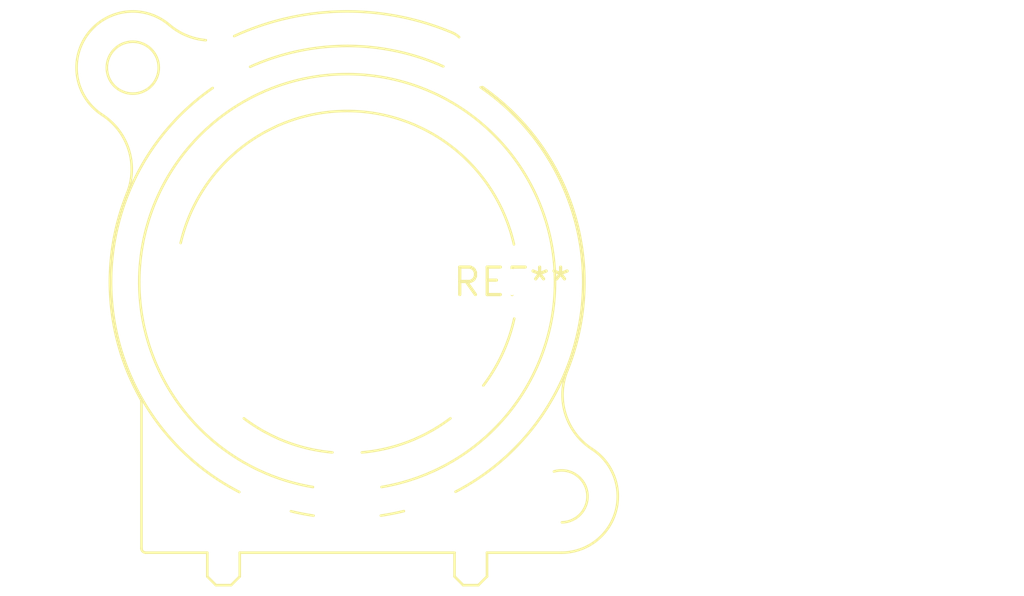
<source format=kicad_pcb>
(kicad_pcb (version 20240108) (generator pcbnew)
  (layers (0 "F.Cu" signal) (31 "B.Cu" signal) (34 "B.Paste" user) (35 "F.Paste" user) (36 "B.SilkS" user "B.Silkscreen") (37 "F.SilkS" user "F.Silkscreen") (38 "B.Mask" user) (39 "F.Mask" user) (44 "Edge.Cuts" user))
  (net 0 "")
  (footprint "Jack_XLR-6.35mm_Neutrik_NCJ6FA-V-0_Vertical" (layer "F.Cu") (at 0 0)
    (property "Reference" "REF**")
    (property "Value" "Jack_XLR-6.35mm_Neutrik_NCJ6FA-V-0_Vertical")
    (fp_line (start -17.12 5.51) (end -17.12 12.3) (layer "F.SilkS") (stroke (width 0.12)))
    (fp_line (start -14.08 12.5) (end -16.92 12.5) (layer "F.SilkS") (stroke (width 0.12)))
    (fp_line (start -14.08 12.5) (end -14.08 13.6) (layer "F.SilkS") (stroke (width 0.12)))
    (fp_line (start -13.68 14) (end -14.08 13.6) (layer "F.SilkS") (stroke (width 0.12)))
    (fp_line (start -12.98 14) (end -13.68 14) (layer "F.SilkS") (stroke (width 0.12)))
    (fp_line (start -12.98 14) (end -12.58 13.6) (layer "F.SilkS") (stroke (width 0.12)))
    (fp_line (start -12.58 12.5) (end -12.58 13.6) (layer "F.SilkS") (stroke (width 0.12)))
    (fp_line (start -12.58 12.5) (end -2.66 12.5) (layer "F.SilkS") (stroke (width 0.12)))
    (fp_line (start -2.66 12.5) (end -2.66 13.6) (layer "F.SilkS") (stroke (width 0.12)))
    (fp_line (start -2.26 14) (end -2.66 13.6) (layer "F.SilkS") (stroke (width 0.12)))
    (fp_line (start -1.56 14) (end -2.26 14) (layer "F.SilkS") (stroke (width 0.12)))
    (fp_line (start -1.56 14) (end -1.16 13.6) (layer "F.SilkS") (stroke (width 0.12)))
    (fp_line (start -1.16 12.5) (end -1.16 13.6) (layer "F.SilkS") (stroke (width 0.12)))
    (fp_line (start 2.28 12.5) (end -1.16 12.5) (layer "F.SilkS") (stroke (width 0.12)))
    (fp_arc (start -18.934795 -7.72258) (mid -19.602935 -11.450543) (end -15.84 -11.88) (layer "F.SilkS") (stroke (width 0.12)))
    (fp_arc (start -18.930969 -7.719195) (mid -17.705389 -6.104985) (end -17.79 -4.08) (layer "F.SilkS") (stroke (width 0.12)))
    (fp_arc (start -17.154956 5.397698) (mid -17.130185 5.451579) (end -17.12 5.51) (layer "F.SilkS") (stroke (width 0.12)))
    (fp_arc (start -17.144015 5.419265) (mid -18.552638 0.743459) (end -17.79 -4.08) (layer "F.SilkS") (stroke (width 0.12)))
    (fp_arc (start -16.92 12.5) (mid -17.061421 12.441421) (end -17.12 12.3) (layer "F.SilkS") (stroke (width 0.12)))
    (fp_arc (start -15.31 -1.8) (mid -7.589115 -7.897794) (end 0.083843 -1.739802) (layer "F.SilkS") (stroke (width 0.12)))
    (fp_arc (start -14.148924 -11.168665) (mid -15.050317 -11.391547) (end -15.84 -11.88) (layer "F.SilkS") (stroke (width 0.12)))
    (fp_arc (start -12.835768 -11.357498) (mid -7.808953 -12.496451) (end -2.75 -11.51) (layer "F.SilkS") (stroke (width 0.12)))
    (fp_arc (start -12.6 9.7) (mid -18.500043 0.717682) (end -13.830991 -8.961807) (layer "F.SilkS") (stroke (width 0.12)))
    (fp_arc (start -12.1 -9.94) (mid -7.641178 -10.902915) (end -3.178648 -9.957329) (layer "F.SilkS") (stroke (width 0.12)))
    (fp_arc (start -9.2 9.47) (mid -7.62467 -9.6009) (end -6.030789 9.468459) (layer "F.SilkS") (stroke (width 0.12)))
    (fp_arc (start -9.17 10.79) (mid -9.695239 10.701401) (end -10.215522 10.58725) (layer "F.SilkS") (stroke (width 0.12)))
    (fp_arc (start -8.3 7.87) (mid -10.455796 7.372758) (end -12.389148 6.297184) (layer "F.SilkS") (stroke (width 0.12)))
    (fp_arc (start -5 10.58) (mid -5.529293 10.697184) (end -6.063757 10.787906) (layer "F.SilkS") (stroke (width 0.12)))
    (fp_arc (start -2.850852 6.297184) (mid -4.784204 7.372758) (end -6.94 7.87) (layer "F.SilkS") (stroke (width 0.12)))
    (fp_arc (start -2.789231 -11.524852) (mid -2.608846 -11.434431) (end -2.45 -11.31) (layer "F.SilkS") (stroke (width 0.12)))
    (fp_arc (start -1.45 -8.99) (mid 3.262553 0.677525) (end -2.61272 9.685874) (layer "F.SilkS") (stroke (width 0.12)))
    (fp_arc (start -1.372521 -9.002461) (mid 2.876242 -3.147094) (end 2.55 4.08) (layer "F.SilkS") (stroke (width 0.12)))
    (fp_arc (start 0.097858 1.687355) (mid -0.447404 3.31155) (end -1.33 4.78) (layer "F.SilkS") (stroke (width 0.12)))
    (fp_arc (start 1.932014 8.75139) (mid 3.4657 9.714222) (end 2.3 11.1) (layer "F.SilkS") (stroke (width 0.12)))
    (fp_arc (start 3.687208 7.712208) (mid 2.463871 6.101094) (end 2.55 4.08) (layer "F.SilkS") (stroke (width 0.12)))
    (fp_arc (start 3.696061 7.719457) (mid 4.772931 10.63844) (end 2.28 12.5) (layer "F.SilkS") (stroke (width 0.12)))
    (fp_circle (center -17.52 -9.9) (end -16.32 -9.9) (layer "F.SilkS") (stroke (width 0.12)) (fill none))
    (pad "" np_thru_hole circle (at -13.335 -10.16) (size 2.2 2.2) (drill 2.2) (layers *.Cu *.Mask))
    (pad "" np_thru_hole circle (at -11.43 10.16) (size 2.2 2.2) (drill 2.2) (layers *.Cu *.Mask))
    (pad "" np_thru_hole circle (at -7.62 0) (size 4 4) (drill 4) (layers *.Cu *.Mask))
    (pad "" np_thru_hole circle (at -7.62 10.16) (size 3 3) (drill 3) (layers *.Cu *.Mask))
    (pad "" np_thru_hole circle (at -3.81 10.16) (size 2.2 2.2) (drill 2.2) (layers *.Cu *.Mask))
    (pad "" np_thru_hole circle (at -1.905 -10.16) (size 2.2 2.2) (drill 2.2) (layers *.Cu *.Mask))
    (pad "1" thru_hole circle (at 0 0) (size 2.9 2.9) (drill 1.2) (layers *.Cu *.Mask) (remove_unused_layers))
    (pad "2" thru_hole circle (at -15.24 0) (size 2.9 2.9) (drill 1.2) (layers *.Cu *.Mask) (remove_unused_layers))
    (pad "3" thru_hole circle (at -7.62 6.35) (size 2.9 2.9) (drill 1.2) (layers *.Cu *.Mask) (remove_unused_layers))
    (pad "G" thru_hole circle (at 0.635 10.16) (size 3.4 3.4) (drill 1.6) (layers *.Cu *.Mask) (remove_unused_layers))
    (pad "R" thru_hole circle (at -12.065 0) (size 2.9 2.9) (drill 1.2) (layers *.Cu *.Mask) (remove_unused_layers))
    (pad "S" thru_hole circle (at -3.175 0) (size 2.9 2.9) (drill 1.2) (layers *.Cu *.Mask) (remove_unused_layers))
    (pad "T" thru_hole circle (at -12.065 4.445) (size 3.4 3.4) (drill 1.6) (layers *.Cu *.Mask) (remove_unused_layers))
    (pad "T" thru_hole circle (at -3.175 4.445) (size 3.4 3.4) (drill 1.6) (layers *.Cu *.Mask) (remove_unused_layers))
  )
)
</source>
